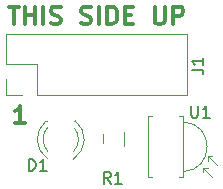
<source format=gto>
G04 #@! TF.FileFunction,Legend,Top*
%FSLAX46Y46*%
G04 Gerber Fmt 4.6, Leading zero omitted, Abs format (unit mm)*
G04 Created by KiCad (PCBNEW 4.0.6+dfsg1-1) date Wed May  9 09:06:51 2018*
%MOMM*%
%LPD*%
G01*
G04 APERTURE LIST*
%ADD10C,0.100000*%
%ADD11C,0.300000*%
%ADD12C,0.120000*%
%ADD13C,0.150000*%
%ADD14R,2.200000X2.200000*%
%ADD15C,2.200000*%
%ADD16R,2.100000X2.100000*%
%ADD17O,2.100000X2.100000*%
%ADD18R,1.700000X1.900000*%
G04 APERTURE END LIST*
D10*
D11*
X136826572Y-96944571D02*
X135969429Y-96944571D01*
X136398001Y-96944571D02*
X136398001Y-95444571D01*
X136255144Y-95658857D01*
X136112286Y-95801714D01*
X135969429Y-95873143D01*
X135410714Y-87062571D02*
X136267857Y-87062571D01*
X135839286Y-88562571D02*
X135839286Y-87062571D01*
X136767857Y-88562571D02*
X136767857Y-87062571D01*
X136767857Y-87776857D02*
X137625000Y-87776857D01*
X137625000Y-88562571D02*
X137625000Y-87062571D01*
X138339286Y-88562571D02*
X138339286Y-87062571D01*
X138982143Y-88491143D02*
X139196429Y-88562571D01*
X139553572Y-88562571D01*
X139696429Y-88491143D01*
X139767858Y-88419714D01*
X139839286Y-88276857D01*
X139839286Y-88134000D01*
X139767858Y-87991143D01*
X139696429Y-87919714D01*
X139553572Y-87848286D01*
X139267858Y-87776857D01*
X139125000Y-87705429D01*
X139053572Y-87634000D01*
X138982143Y-87491143D01*
X138982143Y-87348286D01*
X139053572Y-87205429D01*
X139125000Y-87134000D01*
X139267858Y-87062571D01*
X139625000Y-87062571D01*
X139839286Y-87134000D01*
X141553571Y-88491143D02*
X141767857Y-88562571D01*
X142125000Y-88562571D01*
X142267857Y-88491143D01*
X142339286Y-88419714D01*
X142410714Y-88276857D01*
X142410714Y-88134000D01*
X142339286Y-87991143D01*
X142267857Y-87919714D01*
X142125000Y-87848286D01*
X141839286Y-87776857D01*
X141696428Y-87705429D01*
X141625000Y-87634000D01*
X141553571Y-87491143D01*
X141553571Y-87348286D01*
X141625000Y-87205429D01*
X141696428Y-87134000D01*
X141839286Y-87062571D01*
X142196428Y-87062571D01*
X142410714Y-87134000D01*
X143053571Y-88562571D02*
X143053571Y-87062571D01*
X143767857Y-88562571D02*
X143767857Y-87062571D01*
X144125000Y-87062571D01*
X144339285Y-87134000D01*
X144482143Y-87276857D01*
X144553571Y-87419714D01*
X144625000Y-87705429D01*
X144625000Y-87919714D01*
X144553571Y-88205429D01*
X144482143Y-88348286D01*
X144339285Y-88491143D01*
X144125000Y-88562571D01*
X143767857Y-88562571D01*
X145267857Y-87776857D02*
X145767857Y-87776857D01*
X145982143Y-88562571D02*
X145267857Y-88562571D01*
X145267857Y-87062571D01*
X145982143Y-87062571D01*
X147767857Y-87062571D02*
X147767857Y-88276857D01*
X147839285Y-88419714D01*
X147910714Y-88491143D01*
X148053571Y-88562571D01*
X148339285Y-88562571D01*
X148482143Y-88491143D01*
X148553571Y-88419714D01*
X148625000Y-88276857D01*
X148625000Y-87062571D01*
X149339286Y-88562571D02*
X149339286Y-87062571D01*
X149910714Y-87062571D01*
X150053572Y-87134000D01*
X150125000Y-87205429D01*
X150196429Y-87348286D01*
X150196429Y-87562571D01*
X150125000Y-87705429D01*
X150053572Y-87776857D01*
X149910714Y-87848286D01*
X149339286Y-87848286D01*
D12*
X147557000Y-96333000D02*
X147217000Y-96333000D01*
X147217000Y-96333000D02*
X147217000Y-101533000D01*
X147217000Y-101533000D02*
X147557000Y-101533000D01*
X149877000Y-96333000D02*
X150217000Y-96333000D01*
X150217000Y-96333000D02*
X150217000Y-101533000D01*
X150217000Y-101533000D02*
X149877000Y-101533000D01*
X151867000Y-100703000D02*
X151867000Y-101103000D01*
X151867000Y-100703000D02*
X152267000Y-100703000D01*
X151867000Y-100703000D02*
X152667000Y-101503000D01*
X152267000Y-99703000D02*
X153067000Y-100503000D01*
X152267000Y-99703000D02*
X152667000Y-99703000D01*
X152267000Y-99703000D02*
X152267000Y-100103000D01*
X150218736Y-101032917D02*
G75*
G03X150217000Y-96833000I-101736J2099917D01*
G01*
X140905608Y-99970335D02*
G75*
G03X141062516Y-96738000I-1078608J1672335D01*
G01*
X138748392Y-99970335D02*
G75*
G02X138591484Y-96738000I1078608J1672335D01*
G01*
X140906837Y-99339130D02*
G75*
G03X140907000Y-97257039I-1079837J1041130D01*
G01*
X138747163Y-99339130D02*
G75*
G02X138747000Y-97257039I1079837J1041130D01*
G01*
X141063000Y-96738000D02*
X140907000Y-96738000D01*
X138747000Y-96738000D02*
X138591000Y-96738000D01*
X150555000Y-94548000D02*
X150555000Y-89348000D01*
X137795000Y-94548000D02*
X150555000Y-94548000D01*
X135195000Y-89348000D02*
X150555000Y-89348000D01*
X137795000Y-94548000D02*
X137795000Y-91948000D01*
X137795000Y-91948000D02*
X135195000Y-91948000D01*
X135195000Y-91948000D02*
X135195000Y-89348000D01*
X136525000Y-94548000D02*
X135195000Y-94548000D01*
X135195000Y-94548000D02*
X135195000Y-93218000D01*
X143392000Y-98851000D02*
X143392000Y-97651000D01*
X145152000Y-97651000D02*
X145152000Y-98851000D01*
D13*
X150876095Y-95464381D02*
X150876095Y-96273905D01*
X150923714Y-96369143D01*
X150971333Y-96416762D01*
X151066571Y-96464381D01*
X151257048Y-96464381D01*
X151352286Y-96416762D01*
X151399905Y-96369143D01*
X151447524Y-96273905D01*
X151447524Y-95464381D01*
X152447524Y-96464381D02*
X151876095Y-96464381D01*
X152161809Y-96464381D02*
X152161809Y-95464381D01*
X152066571Y-95607238D01*
X151971333Y-95702476D01*
X151876095Y-95750095D01*
X137120405Y-100972881D02*
X137120405Y-99972881D01*
X137358500Y-99972881D01*
X137501358Y-100020500D01*
X137596596Y-100115738D01*
X137644215Y-100210976D01*
X137691834Y-100401452D01*
X137691834Y-100544310D01*
X137644215Y-100734786D01*
X137596596Y-100830024D01*
X137501358Y-100925262D01*
X137358500Y-100972881D01*
X137120405Y-100972881D01*
X138644215Y-100972881D02*
X138072786Y-100972881D01*
X138358500Y-100972881D02*
X138358500Y-99972881D01*
X138263262Y-100115738D01*
X138168024Y-100210976D01*
X138072786Y-100258595D01*
X150899881Y-92408333D02*
X151614167Y-92408333D01*
X151757024Y-92455953D01*
X151852262Y-92551191D01*
X151899881Y-92694048D01*
X151899881Y-92789286D01*
X151899881Y-91408333D02*
X151899881Y-91979762D01*
X151899881Y-91694048D02*
X150899881Y-91694048D01*
X151042738Y-91789286D01*
X151137976Y-91884524D01*
X151185595Y-91979762D01*
X144041834Y-102052381D02*
X143708500Y-101576190D01*
X143470405Y-102052381D02*
X143470405Y-101052381D01*
X143851358Y-101052381D01*
X143946596Y-101100000D01*
X143994215Y-101147619D01*
X144041834Y-101242857D01*
X144041834Y-101385714D01*
X143994215Y-101480952D01*
X143946596Y-101528571D01*
X143851358Y-101576190D01*
X143470405Y-101576190D01*
X144994215Y-102052381D02*
X144422786Y-102052381D01*
X144708500Y-102052381D02*
X144708500Y-101052381D01*
X144613262Y-101195238D01*
X144518024Y-101290476D01*
X144422786Y-101338095D01*
%LPC*%
D14*
X148717000Y-101473000D03*
D15*
X148717000Y-98933000D03*
X148717000Y-96393000D03*
D14*
X139827000Y-97028000D03*
D15*
X139827000Y-99568000D03*
D16*
X136525000Y-93218000D03*
D17*
X136525000Y-90678000D03*
X139065000Y-93218000D03*
X139065000Y-90678000D03*
X141605000Y-93218000D03*
X141605000Y-90678000D03*
X144145000Y-93218000D03*
X144145000Y-90678000D03*
X146685000Y-93218000D03*
X146685000Y-90678000D03*
X149225000Y-93218000D03*
X149225000Y-90678000D03*
D18*
X144272000Y-96901000D03*
X144272000Y-99601000D03*
M02*

</source>
